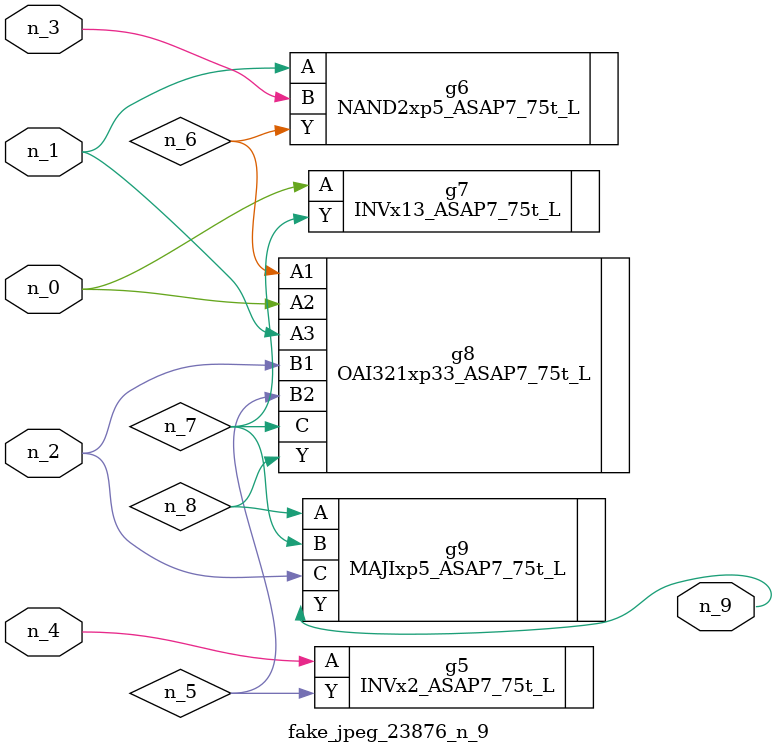
<source format=v>
module fake_jpeg_23876_n_9 (n_3, n_2, n_1, n_0, n_4, n_9);

input n_3;
input n_2;
input n_1;
input n_0;
input n_4;

output n_9;

wire n_8;
wire n_6;
wire n_5;
wire n_7;

INVx2_ASAP7_75t_L g5 ( 
.A(n_4),
.Y(n_5)
);

NAND2xp5_ASAP7_75t_L g6 ( 
.A(n_1),
.B(n_3),
.Y(n_6)
);

INVx13_ASAP7_75t_L g7 ( 
.A(n_0),
.Y(n_7)
);

OAI321xp33_ASAP7_75t_L g8 ( 
.A1(n_6),
.A2(n_0),
.A3(n_1),
.B1(n_2),
.B2(n_5),
.C(n_7),
.Y(n_8)
);

MAJIxp5_ASAP7_75t_L g9 ( 
.A(n_8),
.B(n_7),
.C(n_2),
.Y(n_9)
);


endmodule
</source>
